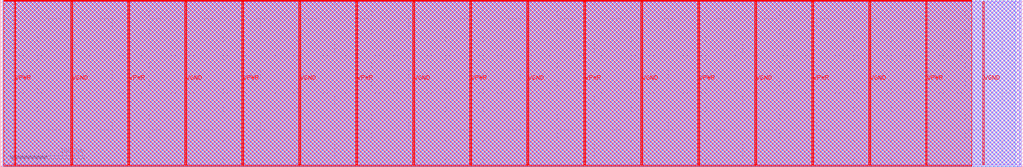
<source format=lef>
VERSION 5.7 ;
  NOWIREEXTENSIONATPIN ON ;
  DIVIDERCHAR "/" ;
  BUSBITCHARS "[]" ;
MACRO tt_um_kianV_rv32ima_uLinux_SoC
  CLASS BLOCK ;
  FOREIGN tt_um_kianV_rv32ima_uLinux_SoC ;
  ORIGIN 0.000 0.000 ;
  SIZE 1378.160 BY 225.760 ;
  PIN VGND
    DIRECTION INOUT ;
    USE GROUND ;
    PORT
      LAYER met4 ;
        RECT 95.080 2.480 96.680 223.280 ;
    END
    PORT
      LAYER met4 ;
        RECT 248.680 2.480 250.280 223.280 ;
    END
    PORT
      LAYER met4 ;
        RECT 402.280 2.480 403.880 223.280 ;
    END
    PORT
      LAYER met4 ;
        RECT 555.880 2.480 557.480 223.280 ;
    END
    PORT
      LAYER met4 ;
        RECT 709.480 2.480 711.080 223.280 ;
    END
    PORT
      LAYER met4 ;
        RECT 863.080 2.480 864.680 223.280 ;
    END
    PORT
      LAYER met4 ;
        RECT 1016.680 2.480 1018.280 223.280 ;
    END
    PORT
      LAYER met4 ;
        RECT 1170.280 2.480 1171.880 223.280 ;
    END
    PORT
      LAYER met4 ;
        RECT 1323.880 2.480 1325.480 223.280 ;
    END
  END VGND
  PIN VPWR
    DIRECTION INOUT ;
    USE POWER ;
    PORT
      LAYER met4 ;
        RECT 18.280 2.480 19.880 223.280 ;
    END
    PORT
      LAYER met4 ;
        RECT 171.880 2.480 173.480 223.280 ;
    END
    PORT
      LAYER met4 ;
        RECT 325.480 2.480 327.080 223.280 ;
    END
    PORT
      LAYER met4 ;
        RECT 479.080 2.480 480.680 223.280 ;
    END
    PORT
      LAYER met4 ;
        RECT 632.680 2.480 634.280 223.280 ;
    END
    PORT
      LAYER met4 ;
        RECT 786.280 2.480 787.880 223.280 ;
    END
    PORT
      LAYER met4 ;
        RECT 939.880 2.480 941.480 223.280 ;
    END
    PORT
      LAYER met4 ;
        RECT 1093.480 2.480 1095.080 223.280 ;
    END
    PORT
      LAYER met4 ;
        RECT 1247.080 2.480 1248.680 223.280 ;
    END
  END VPWR
  PIN clk
    DIRECTION INPUT ;
    USE SIGNAL ;
    ANTENNAGATEAREA 0.852000 ;
    PORT
      LAYER met4 ;
        RECT 154.870 224.760 155.170 225.760 ;
    END
  END clk
  PIN ena
    DIRECTION INPUT ;
    USE SIGNAL ;
    PORT
      LAYER met4 ;
        RECT 158.550 224.760 158.850 225.760 ;
    END
  END ena
  PIN rst_n
    DIRECTION INPUT ;
    USE SIGNAL ;
    ANTENNAGATEAREA 0.196500 ;
    PORT
      LAYER met4 ;
        RECT 151.190 224.760 151.490 225.760 ;
    END
  END rst_n
  PIN ui_in[0]
    DIRECTION INPUT ;
    USE SIGNAL ;
    PORT
      LAYER met4 ;
        RECT 147.510 224.760 147.810 225.760 ;
    END
  END ui_in[0]
  PIN ui_in[1]
    DIRECTION INPUT ;
    USE SIGNAL ;
    PORT
      LAYER met4 ;
        RECT 143.830 224.760 144.130 225.760 ;
    END
  END ui_in[1]
  PIN ui_in[2]
    DIRECTION INPUT ;
    USE SIGNAL ;
    ANTENNAGATEAREA 0.196500 ;
    PORT
      LAYER met4 ;
        RECT 140.150 224.760 140.450 225.760 ;
    END
  END ui_in[2]
  PIN ui_in[3]
    DIRECTION INPUT ;
    USE SIGNAL ;
    ANTENNAGATEAREA 0.196500 ;
    PORT
      LAYER met4 ;
        RECT 136.470 224.760 136.770 225.760 ;
    END
  END ui_in[3]
  PIN ui_in[4]
    DIRECTION INPUT ;
    USE SIGNAL ;
    PORT
      LAYER met4 ;
        RECT 132.790 224.760 133.090 225.760 ;
    END
  END ui_in[4]
  PIN ui_in[5]
    DIRECTION INPUT ;
    USE SIGNAL ;
    PORT
      LAYER met4 ;
        RECT 129.110 224.760 129.410 225.760 ;
    END
  END ui_in[5]
  PIN ui_in[6]
    DIRECTION INPUT ;
    USE SIGNAL ;
    PORT
      LAYER met4 ;
        RECT 125.430 224.760 125.730 225.760 ;
    END
  END ui_in[6]
  PIN ui_in[7]
    DIRECTION INPUT ;
    USE SIGNAL ;
    PORT
      LAYER met4 ;
        RECT 121.750 224.760 122.050 225.760 ;
    END
  END ui_in[7]
  PIN uio_in[0]
    DIRECTION INPUT ;
    USE SIGNAL ;
    PORT
      LAYER met4 ;
        RECT 118.070 224.760 118.370 225.760 ;
    END
  END uio_in[0]
  PIN uio_in[1]
    DIRECTION INPUT ;
    USE SIGNAL ;
    ANTENNAGATEAREA 0.196500 ;
    PORT
      LAYER met4 ;
        RECT 114.390 224.760 114.690 225.760 ;
    END
  END uio_in[1]
  PIN uio_in[2]
    DIRECTION INPUT ;
    USE SIGNAL ;
    ANTENNAGATEAREA 0.196500 ;
    PORT
      LAYER met4 ;
        RECT 110.710 224.760 111.010 225.760 ;
    END
  END uio_in[2]
  PIN uio_in[3]
    DIRECTION INPUT ;
    USE SIGNAL ;
    PORT
      LAYER met4 ;
        RECT 107.030 224.760 107.330 225.760 ;
    END
  END uio_in[3]
  PIN uio_in[4]
    DIRECTION INPUT ;
    USE SIGNAL ;
    ANTENNAGATEAREA 0.196500 ;
    PORT
      LAYER met4 ;
        RECT 103.350 224.760 103.650 225.760 ;
    END
  END uio_in[4]
  PIN uio_in[5]
    DIRECTION INPUT ;
    USE SIGNAL ;
    ANTENNAGATEAREA 0.196500 ;
    PORT
      LAYER met4 ;
        RECT 99.670 224.760 99.970 225.760 ;
    END
  END uio_in[5]
  PIN uio_in[6]
    DIRECTION INPUT ;
    USE SIGNAL ;
    PORT
      LAYER met4 ;
        RECT 95.990 224.760 96.290 225.760 ;
    END
  END uio_in[6]
  PIN uio_in[7]
    DIRECTION INPUT ;
    USE SIGNAL ;
    PORT
      LAYER met4 ;
        RECT 92.310 224.760 92.610 225.760 ;
    END
  END uio_in[7]
  PIN uio_oe[0]
    DIRECTION OUTPUT TRISTATE ;
    USE SIGNAL ;
    PORT
      LAYER met4 ;
        RECT 29.750 224.760 30.050 225.760 ;
    END
  END uio_oe[0]
  PIN uio_oe[1]
    DIRECTION OUTPUT TRISTATE ;
    USE SIGNAL ;
    ANTENNAGATEAREA 0.247500 ;
    ANTENNADIFFAREA 0.891000 ;
    PORT
      LAYER met4 ;
        RECT 26.070 224.760 26.370 225.760 ;
    END
  END uio_oe[1]
  PIN uio_oe[2]
    DIRECTION OUTPUT TRISTATE ;
    USE SIGNAL ;
    ANTENNADIFFAREA 0.795200 ;
    PORT
      LAYER met4 ;
        RECT 22.390 224.760 22.690 225.760 ;
    END
  END uio_oe[2]
  PIN uio_oe[3]
    DIRECTION OUTPUT TRISTATE ;
    USE SIGNAL ;
    PORT
      LAYER met4 ;
        RECT 18.710 224.760 19.010 225.760 ;
    END
  END uio_oe[3]
  PIN uio_oe[4]
    DIRECTION OUTPUT TRISTATE ;
    USE SIGNAL ;
    ANTENNADIFFAREA 0.795200 ;
    PORT
      LAYER met4 ;
        RECT 15.030 224.760 15.330 225.760 ;
    END
  END uio_oe[4]
  PIN uio_oe[5]
    DIRECTION OUTPUT TRISTATE ;
    USE SIGNAL ;
    ANTENNAGATEAREA 0.673500 ;
    ANTENNADIFFAREA 0.891000 ;
    PORT
      LAYER met4 ;
        RECT 11.350 224.760 11.650 225.760 ;
    END
  END uio_oe[5]
  PIN uio_oe[6]
    DIRECTION OUTPUT TRISTATE ;
    USE SIGNAL ;
    PORT
      LAYER met4 ;
        RECT 7.670 224.760 7.970 225.760 ;
    END
  END uio_oe[6]
  PIN uio_oe[7]
    DIRECTION OUTPUT TRISTATE ;
    USE SIGNAL ;
    PORT
      LAYER met4 ;
        RECT 3.990 224.760 4.290 225.760 ;
    END
  END uio_oe[7]
  PIN uio_out[0]
    DIRECTION OUTPUT TRISTATE ;
    USE SIGNAL ;
    ANTENNAGATEAREA 0.247500 ;
    ANTENNADIFFAREA 0.891000 ;
    PORT
      LAYER met4 ;
        RECT 59.190 224.760 59.490 225.760 ;
    END
  END uio_out[0]
  PIN uio_out[1]
    DIRECTION OUTPUT TRISTATE ;
    USE SIGNAL ;
    ANTENNADIFFAREA 1.782000 ;
    PORT
      LAYER met4 ;
        RECT 55.510 224.760 55.810 225.760 ;
    END
  END uio_out[1]
  PIN uio_out[2]
    DIRECTION OUTPUT TRISTATE ;
    USE SIGNAL ;
    ANTENNADIFFAREA 0.795200 ;
    PORT
      LAYER met4 ;
        RECT 51.830 224.760 52.130 225.760 ;
    END
  END uio_out[2]
  PIN uio_out[3]
    DIRECTION OUTPUT TRISTATE ;
    USE SIGNAL ;
    ANTENNADIFFAREA 0.795200 ;
    PORT
      LAYER met4 ;
        RECT 48.150 224.760 48.450 225.760 ;
    END
  END uio_out[3]
  PIN uio_out[4]
    DIRECTION OUTPUT TRISTATE ;
    USE SIGNAL ;
    ANTENNADIFFAREA 1.336500 ;
    PORT
      LAYER met4 ;
        RECT 44.470 224.760 44.770 225.760 ;
    END
  END uio_out[4]
  PIN uio_out[5]
    DIRECTION OUTPUT TRISTATE ;
    USE SIGNAL ;
    ANTENNADIFFAREA 1.782000 ;
    PORT
      LAYER met4 ;
        RECT 40.790 224.760 41.090 225.760 ;
    END
  END uio_out[5]
  PIN uio_out[6]
    DIRECTION OUTPUT TRISTATE ;
    USE SIGNAL ;
    ANTENNAGATEAREA 0.247500 ;
    ANTENNADIFFAREA 0.891000 ;
    PORT
      LAYER met4 ;
        RECT 37.110 224.760 37.410 225.760 ;
    END
  END uio_out[6]
  PIN uio_out[7]
    DIRECTION OUTPUT TRISTATE ;
    USE SIGNAL ;
    PORT
      LAYER met4 ;
        RECT 33.430 224.760 33.730 225.760 ;
    END
  END uio_out[7]
  PIN uo_out[0]
    DIRECTION OUTPUT TRISTATE ;
    USE SIGNAL ;
    ANTENNADIFFAREA 1.336500 ;
    PORT
      LAYER met4 ;
        RECT 88.630 224.760 88.930 225.760 ;
    END
  END uo_out[0]
  PIN uo_out[1]
    DIRECTION OUTPUT TRISTATE ;
    USE SIGNAL ;
    ANTENNADIFFAREA 1.782000 ;
    PORT
      LAYER met4 ;
        RECT 84.950 224.760 85.250 225.760 ;
    END
  END uo_out[1]
  PIN uo_out[2]
    DIRECTION OUTPUT TRISTATE ;
    USE SIGNAL ;
    ANTENNADIFFAREA 1.782000 ;
    PORT
      LAYER met4 ;
        RECT 81.270 224.760 81.570 225.760 ;
    END
  END uo_out[2]
  PIN uo_out[3]
    DIRECTION OUTPUT TRISTATE ;
    USE SIGNAL ;
    ANTENNADIFFAREA 0.795200 ;
    PORT
      LAYER met4 ;
        RECT 77.590 224.760 77.890 225.760 ;
    END
  END uo_out[3]
  PIN uo_out[4]
    DIRECTION OUTPUT TRISTATE ;
    USE SIGNAL ;
    ANTENNADIFFAREA 0.795200 ;
    PORT
      LAYER met4 ;
        RECT 73.910 224.760 74.210 225.760 ;
    END
  END uo_out[4]
  PIN uo_out[5]
    DIRECTION OUTPUT TRISTATE ;
    USE SIGNAL ;
    ANTENNADIFFAREA 0.795200 ;
    PORT
      LAYER met4 ;
        RECT 70.230 224.760 70.530 225.760 ;
    END
  END uo_out[5]
  PIN uo_out[6]
    DIRECTION OUTPUT TRISTATE ;
    USE SIGNAL ;
    ANTENNADIFFAREA 1.336500 ;
    PORT
      LAYER met4 ;
        RECT 66.550 224.760 66.850 225.760 ;
    END
  END uo_out[6]
  PIN uo_out[7]
    DIRECTION OUTPUT TRISTATE ;
    USE SIGNAL ;
    ANTENNADIFFAREA 0.795200 ;
    PORT
      LAYER met4 ;
        RECT 62.870 224.760 63.170 225.760 ;
    END
  END uo_out[7]
  OBS
      LAYER li1 ;
        RECT 2.760 2.635 1375.400 223.125 ;
      LAYER met1 ;
        RECT 2.460 0.040 1375.700 225.720 ;
      LAYER met2 ;
        RECT 4.230 0.010 1373.460 225.750 ;
      LAYER met3 ;
        RECT 3.950 0.175 1367.515 225.585 ;
      LAYER met4 ;
        RECT 4.690 224.360 7.270 224.905 ;
        RECT 8.370 224.360 10.950 224.905 ;
        RECT 12.050 224.360 14.630 224.905 ;
        RECT 15.730 224.360 18.310 224.905 ;
        RECT 19.410 224.360 21.990 224.905 ;
        RECT 23.090 224.360 25.670 224.905 ;
        RECT 26.770 224.360 29.350 224.905 ;
        RECT 30.450 224.360 33.030 224.905 ;
        RECT 34.130 224.360 36.710 224.905 ;
        RECT 37.810 224.360 40.390 224.905 ;
        RECT 41.490 224.360 44.070 224.905 ;
        RECT 45.170 224.360 47.750 224.905 ;
        RECT 48.850 224.360 51.430 224.905 ;
        RECT 52.530 224.360 55.110 224.905 ;
        RECT 56.210 224.360 58.790 224.905 ;
        RECT 59.890 224.360 62.470 224.905 ;
        RECT 63.570 224.360 66.150 224.905 ;
        RECT 67.250 224.360 69.830 224.905 ;
        RECT 70.930 224.360 73.510 224.905 ;
        RECT 74.610 224.360 77.190 224.905 ;
        RECT 78.290 224.360 80.870 224.905 ;
        RECT 81.970 224.360 84.550 224.905 ;
        RECT 85.650 224.360 88.230 224.905 ;
        RECT 89.330 224.360 91.910 224.905 ;
        RECT 93.010 224.360 95.590 224.905 ;
        RECT 96.690 224.360 99.270 224.905 ;
        RECT 100.370 224.360 102.950 224.905 ;
        RECT 104.050 224.360 106.630 224.905 ;
        RECT 107.730 224.360 110.310 224.905 ;
        RECT 111.410 224.360 113.990 224.905 ;
        RECT 115.090 224.360 117.670 224.905 ;
        RECT 118.770 224.360 121.350 224.905 ;
        RECT 122.450 224.360 125.030 224.905 ;
        RECT 126.130 224.360 128.710 224.905 ;
        RECT 129.810 224.360 132.390 224.905 ;
        RECT 133.490 224.360 136.070 224.905 ;
        RECT 137.170 224.360 139.750 224.905 ;
        RECT 140.850 224.360 143.430 224.905 ;
        RECT 144.530 224.360 147.110 224.905 ;
        RECT 148.210 224.360 150.790 224.905 ;
        RECT 151.890 224.360 154.470 224.905 ;
        RECT 155.570 224.360 158.150 224.905 ;
        RECT 159.250 224.360 1308.865 224.905 ;
        RECT 3.975 223.680 1308.865 224.360 ;
        RECT 3.975 2.080 17.880 223.680 ;
        RECT 20.280 2.080 94.680 223.680 ;
        RECT 97.080 2.080 171.480 223.680 ;
        RECT 173.880 2.080 248.280 223.680 ;
        RECT 250.680 2.080 325.080 223.680 ;
        RECT 327.480 2.080 401.880 223.680 ;
        RECT 404.280 2.080 478.680 223.680 ;
        RECT 481.080 2.080 555.480 223.680 ;
        RECT 557.880 2.080 632.280 223.680 ;
        RECT 634.680 2.080 709.080 223.680 ;
        RECT 711.480 2.080 785.880 223.680 ;
        RECT 788.280 2.080 862.680 223.680 ;
        RECT 865.080 2.080 939.480 223.680 ;
        RECT 941.880 2.080 1016.280 223.680 ;
        RECT 1018.680 2.080 1093.080 223.680 ;
        RECT 1095.480 2.080 1169.880 223.680 ;
        RECT 1172.280 2.080 1246.680 223.680 ;
        RECT 1249.080 2.080 1308.865 223.680 ;
        RECT 3.975 0.855 1308.865 2.080 ;
  END
END tt_um_kianV_rv32ima_uLinux_SoC
END LIBRARY


</source>
